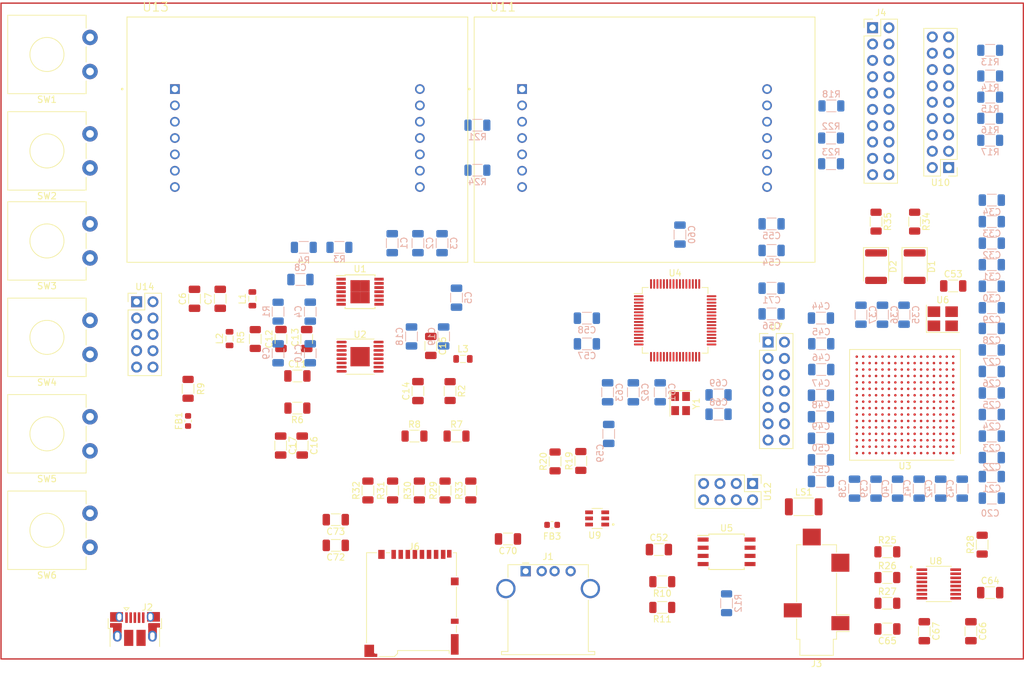
<source format=kicad_pcb>
(kicad_pcb (version 20221018) (generator pcbnew)
  (title_block (title "GuitarZero") (date "2023-09-26") (rev "0"))
  (layers (0 "F.Cu" signal) (1 "In1.Cu" signal) (2 "In2.Cu" signal) (3 "In3.Cu" signal) (4 "In4.Cu" signal) (31 "B.Cu" signal) (34 "B.Paste" user) (35 "F.Paste" user) (36 "B.SilkS" user "B.Silkscreen") (37 "F.SilkS" user "F.Silkscreen") (38 "B.Mask" user) (39 "F.Mask" user) (44 "Edge.Cuts" user))
  (net 0 "")
  (net 1 "+5V")
  (net 2 "GND")
  (net 3 "Net-(U1-VREG5)")
  (net 4 "Net-(U1-SW1)")
  (net 5 "Net-(U1-VBST)")
  (net 6 "/PSU/+1V0")
  (net 7 "Net-(U1-SS)")
  (net 8 "Net-(U2-VBST1)")
  (net 9 "Net-(U2-SW1)")
  (net 10 "/PSU/+1V8")
  (net 11 "Net-(U2-VREG5)")
  (net 12 "Net-(U2-EN2)")
  (net 13 "Net-(U2-VBST2)")
  (net 14 "Net-(U2-SW2)")
  (net 15 "/PSU/+3.3V")
  (net 16 "+1V0")
  (net 17 "+1V8")
  (net 18 "+3.3V")
  (net 19 "Net-(U4-DECOUPLE)")
  (net 20 "+3.3VA")
  (net 21 "Net-(U8-Vcom)")
  (net 22 "Net-(U8-VoutL)")
  (net 23 "/DAC/OUT_LEFT")
  (net 24 "Net-(U8-VoutR)")
  (net 25 "/DAC/OUT_RIGHT")
  (net 26 "Net-(U4-PB14)")
  (net 27 "Net-(U4-PB13)")
  (net 28 "Net-(J1-VBUS)")
  (net 29 "Net-(D1-K)")
  (net 30 "Net-(D1-A)")
  (net 31 "Net-(D2-K)")
  (net 32 "Net-(D2-A)")
  (net 33 "Net-(FB1-Pad2)")
  (net 34 "/MCU/USB_VBUS")
  (net 35 "Net-(J1-D-)")
  (net 36 "Net-(J1-D+)")
  (net 40 "Net-(J3-PadTN)")
  (net 41 "Net-(J4-SWDIO)")
  (net 42 "Net-(J4-SWCLK)")
  (net 43 "Net-(J4-SWO)")
  (net 45 "Net-(J4-TDI)")
  (net 46 "Net-(J4-RESET)")
  (net 54 "Net-(U1-PG)")
  (net 55 "Net-(U1-VFB)")
  (net 56 "Net-(U2-VFB1)")
  (net 57 "Net-(U2-VFB2)")
  (net 58 "/PSU/+3.3VA")
  (net 59 "Net-(U3A-IO_L6P_T0_FCS_B_14)")
  (net 60 "Net-(U3A-IO_L2P_T0_D02_14)")
  (net 61 "Net-(U3A-IO_L2N_T0_D03_14)")
  (net 62 "Net-(U3C-TMS_0)")
  (net 63 "Net-(U3C-TCK_0)")
  (net 64 "Net-(U3C-INIT_B_0)")
  (net 65 "/FPGA/program_b")
  (net 66 "/FPGA/Done")
  (net 67 "Net-(U11-R5)")
  (net 68 "Net-(U4-PB8)")
  (net 69 "/MCU/USB_DP")
  (net 70 "/MCU/USB_DM")
  (net 71 "Net-(U11-R4)")
  (net 72 "Net-(U4-PA8)")
  (net 73 "Net-(R22-Pad1)")
  (net 74 "Net-(U4-PA9)")
  (net 75 "Net-(U11-R2)")
  (net 76 "Net-(U4-PA10)")
  (net 77 "Net-(U11-R1)")
  (net 78 "Net-(U4-PB11)")
  (net 79 "/DAC/BIT_CLOCK")
  (net 80 "Net-(U8-BCK)")
  (net 81 "/DAC/DATA_INN")
  (net 82 "Net-(U8-DATA)")
  (net 83 "/DAC/LEFT_RIGHT_CLOCK")
  (net 84 "Net-(U8-LRCK)")
  (net 85 "Net-(U8-SCK)")
  (net 86 "/DAC/SYSTEM_CLOCK_INPUT")
  (net 87 "Net-(U4-PD1)")
  (net 88 "Net-(U4-PD2)")
  (net 89 "Net-(U4-PD0)")
  (net 90 "/MCU/Button 1")
  (net 91 "/MCU/Button 2")
  (net 92 "/MCU/Button 3")
  (net 93 "/MCU/Button 4")
  (net 94 "/MCU/Button 5")
  (net 95 "/MCU/Button 6")
  (net 153 "Net-(U3C-CCLK_0)")
  (net 190 "Net-(U3A-IO_L1P_T0_D00_MOSI_14)")
  (net 191 "Net-(U3A-IO_L1N_T0_D01_DIN_14)")
  (net 201 "/FPGA/MCU_SPI_MISO")
  (net 206 "/FPGA/MCU_SPI_Select")
  (net 207 "/FPGA/MCU_SPI_CLCK")
  (net 212 "Net-(U10-GPIO_5)")
  (net 214 "/FPGA/MCU_SPI_MOSI")
  (net 220 "Net-(U10-GPIO_3)")
  (net 221 "Net-(U3C-TDI_0)")
  (net 222 "Net-(U3C-TDO_0)")
  (net 223 "Net-(U10-GPIO_9)")
  (net 224 "Net-(U3A-IO_L13P_T2_MRCC_14)")
  (net 233 "Net-(U10-GPIO_1)")
  (net 234 "Net-(U10-GPIO_7)")
  (net 242 "Net-(U10-GPIO_10)")
  (net 243 "Net-(U10-GPIO_14)")
  (net 244 "Net-(U10-GPIO_16)")
  (net 245 "Net-(U10-GPIO_2)")
  (net 246 "Net-(U10-GPIO_13)")
  (net 247 "Net-(U10-GPIO_11)")
  (net 255 "Net-(U10-GPIO_12)")
  (net 257 "Net-(U10-GPIO_4)")
  (net 258 "Net-(U10-GPIO_6)")
  (net 259 "Net-(U10-GPIO_8)")
  (net 261 "Net-(U10-GPIO_15)")
  (net 262 "Net-(U13-C1)")
  (net 263 "Net-(U13-C2)")
  (net 264 "Net-(U13-C3)")
  (net 265 "Net-(U4-PC3)")
  (net 266 "Net-(U13-C5)")
  (net 267 "Net-(U13-C6)")
  (net 268 "Net-(U13-C7)")
  (net 269 "Net-(U12-GPIO_5)")
  (net 270 "Net-(U12-GPIO_3)")
  (net 271 "Net-(U12-GPIO_1)")
  (net 272 "Net-(U12-GPIO_6)")
  (net 273 "Net-(U12-GPIO_4)")
  (net 274 "Net-(U12-GPIO_2)")
  (net 275 "/MCU/USB_VBUSEN")
  (net 276 "Net-(U11-C1)")
  (net 277 "Net-(U11-C2)")
  (net 278 "Net-(U11-C3)")
  (net 279 "Net-(U4-PE12)")
  (net 280 "Net-(U11-C5)")
  (net 281 "Net-(U11-C6)")
  (net 282 "Net-(U11-C7)")
  (net 288 "Net-(J6-DAT2)")
  (net 289 "Net-(J6-DAT3{slash}CD)")
  (net 290 "Net-(J6-CMD)")
  (net 291 "Net-(J6-CLK)")
  (net 292 "Net-(J6-DAT0)")
  (net 293 "Net-(J6-DAT1)")
  (footprint "Inductor_SMD:L_0603_1608Metric" (layer "F.Cu") (at 142.87 121.805 180)
    (fp_text reference "FB3")
    (fp_text value "FerriteBead")
  )
  (footprint "Connector_USB:USB_A_Stewart_SS-52100-001_Horizontal" (layer "F.Cu") (at 138.75 129.01)
    (fp_text reference "J1")
    (fp_text value "USB_A")
  )
  (footprint "Capacitor_SMD:C_1206_3216Metric" (layer "F.Cu") (at 104.7 92.9025 90)
    (fp_text reference "C13")
    (fp_text value "22u")
  )
  (footprint "Capacitor_SMD:C_1206_3216Metric" (layer "F.Cu") (at 109.22 125 180)
    (fp_text reference "C72")
    (fp_text value "100n")
  )
  (footprint "Connector_Audio:Jack_3.5mm_CUI_SJ-3524-SMT_Horizontal" (layer "F.Cu") (at 184 133.5 180)
    (fp_text reference "J3")
    (fp_text value "AudioJack3_SwitchT")
  )
  (footprint "Connector_Card:microSD_HC_Hirose_DM3BT-DSF-PEJS" (layer "F.Cu") (at 121 134.025)
    (fp_text reference "J6")
    (fp_text value "Micro_SD_Card_Det_Hirose_DM3AT")
  )
  (footprint "Capacitor_SMD:C_1206_3216Metric" (layer "F.Cu") (at 103.25 98.65)
    (fp_text reference "C11")
    (fp_text value "100n")
  )
  (footprint "Resistor_SMD:R_1206_3216Metric" (layer "F.Cu") (at 126.22 116.4625 90)
    (fp_text reference "R29")
    (fp_text value "22")
  )
  (footprint "Capacitor_SMD:C_1206_3216Metric" (layer "F.Cu") (at 159.475 125.65)
    (fp_text reference "C52")
    (fp_text value "100n")
  )
  (footprint "LED_SMD:LED_1812_4532Metric" (layer "F.Cu") (at 199.25 81.65 -90)
    (fp_text reference "D1")
    (fp_text value "LED")
  )
  (footprint "Capacitor_SMD:C_1206_3216Metric" (layer "F.Cu") (at 91.25 86.65 90)
    (fp_text reference "C7")
    (fp_text value "22u")
  )
  (footprint "Connector_USB:USB_Micro-B_Amphenol_10103594-0001LF_Horizontal" (layer "F.Cu") (at 78 138)
    (fp_text reference "J2")
    (fp_text value "USB_B_Micro")
  )
  (footprint "Connector_PinHeader_2.54mm:PinHeader_2x05_P2.54mm_Vertical" (layer "F.Cu") (at 78.25 87.11)
    (fp_text reference "U14")
    (fp_text value "Power_Jumpers")
  )
  (footprint "Oscillator:Oscillator_SMD_Abracon_ASE-4Pin_3.2x2.5mm_HandSoldering" (layer "F.Cu") (at 203.625 89.75)
    (fp_text reference "U6")
    (fp_text value "Oscillator")
  )
  (footprint "Capacitor_SMD:C_1206_3216Metric" (layer "F.Cu") (at 195 138 180)
    (fp_text reference "C65")
    (fp_text value "10u")
  )
  (footprint "Capacitor_SMD:C_1206_3216Metric" (layer "F.Cu") (at 136 124 180)
    (fp_text reference "C70")
    (fp_text value "100u")
  )
  (footprint "Package_BGA:Xilinx_FTG256" (layer "F.Cu") (at 197.75 103.15 180)
    (fp_text reference "U3")
    (fp_text value "XC7A100T-FTG256")
  )
  (footprint "Capacitor_SMD:C_1206_3216Metric" (layer "F.Cu") (at 104 109.475 -90)
    (fp_text reference "C16")
    (fp_text value "22u")
  )
  (footprint "Button_Switch_THT:SW_CW_GPTS203211B" (layer "F.Cu") (at 71 80.3 180)
    (fp_text reference "SW3")
    (fp_text value "SW_Push")
  )
  (footprint "Button_Switch_THT:SW_CW_GPTS203211B" (layer "F.Cu") (at 71 66.3 180)
    (fp_text reference "SW2")
    (fp_text value "SW_Push")
  )
  (footprint "Resistor_SMD:R_1206_3216Metric" (layer "F.Cu") (at 122.22 116.4625 90)
    (fp_text reference "R30")
    (fp_text value "22")
  )
  (footprint "Resistor_SMD:R_1206_3216Metric" (layer "F.Cu") (at 160 130.65 180)
    (fp_text reference "R10")
    (fp_text value "2.4k")
  )
  (footprint "PCM1754DBQR:SOP63P599X175-16N" (layer "F.Cu") (at 203 131)
    (fp_text reference "U8")
    (fp_text value "PCM1754")
  )
  (footprint "Inductor_SMD:L_0805_2012Metric" (layer "F.Cu") (at 96.25 86.65 90)
    (fp_text reference "L1")
    (fp_text value "1.5u")
  )
  (footprint "Connector_PinHeader_2.54mm:PinHeader_2x10_P2.54mm_Vertical" (layer "F.Cu") (at 192.71 44.49)
    (fp_text reference "J4")
    (fp_text value "MCU_Debug")
  )
  (footprint "Package_SO:SOIC-8W_5.3x5.3mm_P1.27mm" (layer "F.Cu") (at 170 126)
    (fp_text reference "U5")
    (fp_text value "S25FL127S")
  )
  (footprint "Resistor_SMD:R_1206_3216Metric" (layer "F.Cu") (at 199.25 74.65 -90)
    (fp_text reference "R34")
    (fp_text value "330")
  )
  (footprint "LED_TA20-11SRWA:LED_TA20-11SRWA" (layer "F.Cu") (at 157.25 61.65)
    (fp_text reference "U11")
    (fp_text value "5x7 LED_matrix")
  )
  (footprint "Package_QFP:TQFP-64_10x10mm_P0.5mm" (layer "F.Cu") (at 162 90)
    (fp_text reference "U4")
    (fp_text value "EFM32GG332")
  )
  (footprint "LED_SMD:LED_1812_4532Metric" (layer "F.Cu") (at 193.25 81.65 -90)
    (fp_text reference "D2")
    (fp_text value "LED")
  )
  (footprint "Crystal:Crystal_SMD_Abracon_ABM8G-4Pin_3.2x2.5mm" (layer "F.Cu") (at 162.85 102.9375 -90)
    (fp_text reference "Y1")
    (fp_text value "Crystal_GND23")
  )
  (footprint "Resistor_SMD:R_1206_3216Metric" (layer "F.Cu") (at 195 134)
    (fp_text reference "R27")
    (fp_text value "22")
  )
  (footprint "Resistor_SMD:R_1206_3216Metric" (layer "F.Cu") (at 195 130)
    (fp_text reference "R26")
    (fp_text value "22")
  )
  (footprint "Capacitor_SMD:C_1206_3216Metric" (layer "F.Cu") (at 109.22 121 180)
    (fp_text reference "C73")
    (fp_text value "22u")
  )
  (footprint "Resistor_SMD:R_1206_3216Metric" (layer "F.Cu") (at 127 101 -90)
    (fp_text reference "R2")
    (fp_text value "100k")
  )
  (footprint "Resistor_SMD:R_1206_3216Metric" (layer "F.Cu") (at 128 108)
    (fp_text reference "R7")
    (fp_text value "73.2k")
  )
  (footprint "Resistor_SMD:R_1206_3216Metric" (layer "F.Cu") (at 195 126)
    (fp_text reference "R25")
    (fp_text value "22")
  )
  (footprint "Resistor_SMD:R_1206_3216Metric" (layer "F.Cu") (at 96.7 92.9025 -90)
    (fp_text reference "R5")
    (fp_text value "30.1k")
  )
  (footprint "Capacitor_SMD:C_1206_3216Metric" (layer "F.Cu") (at 100.65 109.475 -90)
    (fp_text reference "C17")
    (fp_text value "22u")
  )
  (footprint "Inductor_SMD:L_0603_1608Metric" (layer "F.Cu") (at 86.25 105.65 90)
    (fp_text reference "FB1")
    (fp_text value "FerriteBead")
  )
  (footprint "LED_TA20-11SRWA:LED_TA20-11SRWA" (layer "F.Cu") (at 103.25 61.65)
    (fp_text reference "U13")
    (fp_text value "5x7 LED_matrix")
  )
  (footprint "Button_Switch_THT:SW_CW_GPTS203211B" (layer "F.Cu") (at 71 125.3 180)
    (fp_text reference "SW6")
    (fp_text value "SW_Push")
  )
  (footprint "Resistor_SMD:R_1206_3216Metric" (layer "F.Cu") (at 130.22 116.4625 90)
    (fp_text reference "R33")
    (fp_text value "47k")
  )
  (footprint "Capacitor_SMD:C_1206_3216Metric" (layer "F.Cu") (at 208 138.35 -90)
    (fp_text reference "C66")
    (fp_text value "10u")
  )
  (footprint "Resistor_SMD:R_1206_3216Metric" (layer "F.Cu") (at 118.06 116.4625 90)
    (fp_text reference "R31")
    (fp_text value "22")
  )
  (footprint "Resistor_SMD:R_1206_3216Metric" (layer "F.Cu") (at 103.25 103.65 180)
    (fp_text reference "R6")
    (fp_text value "22.1k")
  )
  (footprint "Resistor_SMD:R_1206_3216Metric" (layer "F.Cu") (at 147.33 111.8675 90)
    (fp_text reference "R19")
    (fp_text value "15")
  )
  (footprint "Button_Switch_THT:SW_CW_GPTS203211B" (layer "F.Cu") (at 71 110.3 180)
    (fp_text reference "SW5")
    (fp_text value "SW_Push")
  )
  (footprint "Button_Switch_THT:SW_CW_GPTS203211B" (layer "F.Cu") (at 71 51.3 180)
    (fp_text reference "SW1")
    (fp_text value "SW_Push")
  )
  (footprint "Resistor_SMD:R_1206_3216Metric" (layer "F.Cu") (at 114.22 116.4625 90)
    (fp_text reference "R32")
    (fp_text value "47k")
  )
  (footprint "Connector_PinHeader_2.54mm:PinHeader_2x07_P2.54mm_Vertical" (layer "F.Cu") (at 176.46 93.38)
    (fp_text reference "U7")
    (fp_text value "FPGA_JTAG_Debug")
  )
  (footprint "Capacitor_SMD:C_1206_3216Metric" (layer "F.Cu") (at 205.25 84.65)
    (fp_text reference "C53")
    (fp_text value "100n")
  )
  (footprint "TPD3S:SOT95P280X145-6N" (layer "F.Cu") (at 149.87 120.805 180)
    (fp_text reference "U9")
    (fp_text value "TPD_Current_Switch")
  )
  (footprint "Resistor_SMD:R_1206_3216Metric" (layer "F.Cu") (at 121.4625 108)
    (fp_text reference "R8")
    (fp_text value "22.1k")
  )
  (footprint "Package_SO:HTSSOP-16-1EP_4.4x5mm_P0.65mm_EP3x3mm" (layer "F.Cu") (at 113 95.65)
    (fp_text reference "U2")
    (fp_text value "TSP54294")
  )
  (footprint "Resistor_SMD:R_1206_3216Metric" (layer "F.Cu") (at 143.33 111.9425 90)
    (fp_text reference "R20")
    (fp_text value "15")
  )
  (footprint "Capacitor_SMD:C_1206_3216Metric" (layer "F.Cu") (at 124 93.98 -90)
    (fp_text reference "C15")
    (fp_text value "100n")
  )
  (footprint "Capacitor_SMD:C_1206_3216Metric" (layer "F.Cu") (at 200.75 138.35 -90)
    (fp_text reference "C67")
    (fp_text value "10u")
  )
  (footprint "Capacitor_SMD:C_1206_3216Metric" (layer "F.Cu") (at 211 132.35)
    (fp_text reference "C64")
    (fp_text value "10u")
  )
  (footprint "Resistor_SMD:R_2010_5025Metric" (layer "F.Cu") (at 182 119)
    (fp_text reference "LS1")
    (fp_text value "Speaker")
  )
  (footprint "Capacitor_SMD:C_1206_3216Metric" (layer "F.Cu") (at 122 101 90)
    (fp_text reference "C14")
    (fp_text value "1u")
  )
  (footprint "Resistor_SMD:R_1206_3216Metric" (layer "F.Cu") (at 160 134.65 180)
    (fp_text reference "R11")
    (fp_text value "4.7k")
  )
  (footprint "Inductor_SMD:L_0805_2012Metric" (layer "F.Cu") (at 92.7 92.84 90)
    (fp_text reference "L2")
    (fp_text value "1.5u")
  )
  (footprint "Resistor_SMD:R_1206_3216Metric" (layer "F.Cu") (at 86.25 100.65 -90)
    (fp_text reference "R9")
    (fp_text value "1")
  )
  (footprint "Capacitor_SMD:C_1206_3216Metric" (layer "F.Cu") (at 87.25 86.65 90)
    (fp_text reference "C6")
    (fp_text value "22u")
  )
  (footprint "Button_Switch_THT:SW_CW_GPTS203211B" (layer "F.Cu") (at 71 95.3 180)
    (fp_text reference "SW4")
    (fp_text value "SW_Push")
  )
  (footprint "Package_SO:TSSOP-14-1EP_4.4x5mm_P0.65mm" (layer "F.Cu") (at 113 85.55)
    (fp_text reference "U1")
    (fp_text value "TPS54325")
  )
  (footprint "Resistor_SMD:R_1206_3216Metric" (layer "F.Cu") (at 193.25 74.65 -90)
    (fp_text reference "R35")
    (fp_text value "330")
  )
  (footprint "Capacitor_SMD:C_1206_3216Metric" (layer "F.Cu") (at 100.7 92.9025 90)
    (fp_text reference "C12")
    (fp_text value "22u")
  )
  (footprint "Connector_PinHeader_2.54mm:PinHeader_2x09_P2.54mm_Vertical" (layer "F.Cu") (at 204.54 66.24 180)
    (fp_text reference "U10")
    (fp_text value "FPGA_GPIO_Extra")
  )
  (footprint "Resistor_SMD:R_1206_3216Metric" (layer "F.Cu") (at 209.75 124.8875 90)
    (fp_text reference "R28")
    (fp_text value "22")
  )
  (footprint "Inductor_SMD:L_0805_2012Metric" (layer "F.Cu") (at 129 96)
    (fp_text reference "L3")
    (fp_text value "2.2u")
  )
  (footprint "Connector_PinHeader_2.54mm:PinHeader_2x04_P2.54mm_Vertical" (layer "F.Cu") (at 174.05 115.375 -90)
    (fp_text reference "U12")
    (fp_text value "MCU_GPIO_Extra")
  )
  (footprint "Capacitor_SMD:C_1206_3216Metric" (layer "B.Cu") (at 211.25 81.35)
    (fp_text reference "C31")
    (fp_text value "0.47u")
  )
  (footprint "Capacitor_SMD:C_1206_3216Metric" (layer "B.Cu") (at 177 79.13)
    (fp_text reference "C54")
    (fp_text value "10u")
  )
  (footprint "Capacitor_SMD:C_1206_3216Metric" (layer "B.Cu") (at 100.25 95.125 -90)
    (fp_text reference "C9")
    (fp_text value "10u")
  )
  (footprint "Capacitor_SMD:C_1206_3216Metric" (layer "B.Cu") (at 190.9 89.125 90)
    (fp_text reference "C37")
    (fp_text value "0.47u")
  )
  (footprint "Resistor_SMD:R_1206_3216Metric" (layer "B.Cu") (at 100.25 88.65 -90)
    (fp_text reference "R1")
    (fp_text value "100k")
  )
  (footprint "Resistor_SMD:R_1206_3216Metric" (layer "B.Cu") (at 131.25 66.65)
    (fp_text reference "R24")
    (fp_text value "100")
  )
  (footprint "Capacitor_SMD:C_1206_3216Metric" (layer "B.Cu") (at 177 75)
    (fp_text reference "C55")
    (fp_text value "100n")
  )
  (footprint "Resistor_SMD:R_1206_3216Metric" (layer "B.Cu") (at 211 62)
    (fp_text reference "R17")
    (fp_text value "330")
  )
  (footprint "Capacitor_SMD:C_1206_3216Metric" (layer "B.Cu") (at 177 89)
    (fp_text reference "C56")
    (fp_text value "1u")
  )
  (footprint "Resistor_SMD:R_1206_3216Metric" (layer "B.Cu") (at 211 52)
    (fp_text reference "R14")
    (fp_text value "10k")
  )
  (footprint "Resistor_SMD:R_1206_3216Metric" (layer "B.Cu") (at 131.25 59.65)
    (fp_text reference "R21")
    (fp_text value "100")
  )
  (footprint "Resistor_SMD:R_1206_3216Metric" (layer "B.Cu") (at 109.7875 78.65)
    (fp_text reference "R3")
    (fp_text value "6.81k")
  )
  (footprint "Capacitor_SMD:C_1206_3216Metric" (layer "B.Cu") (at 211.25 84.7)
    (fp_text reference "C30")
    (fp_text value "0.47u")
  )
  (footprint "Capacitor_SMD:C_1206_3216Metric" (layer "B.Cu") (at 194.25 89.125 90)
    (fp_text reference "C36")
    (fp_text value "0.47u")
  )
  (footprint "Capacitor_SMD:C_1206_3216Metric" (layer "B.Cu") (at 211.25 104.65)
    (fp_text reference "C24")
    (fp_text value "4.7u")
  )
  (footprint "Capacitor_SMD:C_1206_3216Metric" (layer "B.Cu") (at 148.275 93.6625)
    (fp_text reference "C57")
    (fp_text value "100n")
  )
  (footprint "Capacitor_SMD:C_1206_3216Metric" (layer "B.Cu") (at 184.675 115.05 180)
    (fp_text reference "C51")
    (fp_text value "0.47u")
  )
  (footprint "Capacitor_SMD:C_1206_3216Metric" (layer "B.Cu") (at 168.75 104.6 180)
    (fp_text reference "C68")
    (fp_text value "10n")
  )
  (footprint "Capacitor_SMD:C_1206_3216Metric" (layer "B.Cu") (at 159.67 101.1875 90)
    (fp_text reference "C61")
    (fp_text value "10u")
  )
  (footprint "Resistor_SMD:R_1206_3216Metric" (layer "B.Cu") (at 211 48)
    (fp_text reference "R13")
    (fp_text value "10k")
  )
  (footprint "Capacitor_SMD:C_1206_3216Metric" (layer "B.Cu") (at 184.725 93.65 180)
    (fp_text reference "C45")
    (fp_text value "47u")
  )
  (footprint "Capacitor_SMD:C_1206_3216Metric" (layer "B.Cu") (at 148.275 89.6625)
    (fp_text reference "C58")
    (fp_text value "10u")
  )
  (footprint "Capacitor_SMD:C_1206_3216Metric" (layer "B.Cu") (at 199.95 116.175 -90)
    (fp_text reference "C41")
    (fp_text value "0.47u")
  )
  (footprint "Capacitor_SMD:C_1206_3216Metric" (layer "B.Cu") (at 211.25 71.3)
    (fp_text reference "C34")
    (fp_text value "0.47u")
  )
  (footprint "Capacitor_SMD:C_1206_3216Metric" (layer "B.Cu") (at 128 86.475 90)
    (fp_text reference "C5")
    (fp_text value "100n")
  )
  (footprint "Resistor_SMD:R_1206_3216Metric" (layer "B.Cu") (at 170 134 90)
    (fp_text reference "R12")
    (fp_text value "4.7k")
  )
  (footprint "Capacitor_SMD:C_1206_3216Metric" (layer "B.Cu") (at 177 85)
    (fp_text reference "C71")
    (fp_text value "1u")
  )
  (footprint "Capacitor_SMD:C_1206_3216Metric" (layer "B.Cu") (at 211.25 78)
    (fp_text reference "C32")
    (fp_text value "0.47u")
  )
  (footprint "Capacitor_SMD:C_1206_3216Metric" (layer "B.Cu") (at 211.25 74.65)
    (fp_text reference "C33")
    (fp_text value "0.47u")
  )
  (footprint "Capacitor_SMD:C_1206_3216Metric" (layer "B.Cu") (at 184.675 111.7 180)
    (fp_text reference "C50")
    (fp_text value "0.47u")
  )
  (footprint "Capacitor_SMD:C_1206_3216Metric" (layer "B.Cu") (at 168.75 101.6 180)
    (fp_text reference "C69")
    (fp_text value "10n")
  )
  (footprint "Capacitor_SMD:C_1206_3216Metric" (layer "B.Cu") (at 196.6 116.175 -90)
    (fp_text reference "C40")
    (fp_text value "4.7u")
  )
  (footprint "Capacitor_SMD:C_1206_3216Metric" (layer "B.Cu") (at 211.25 117.65)
    (fp_text reference "C20")
    (fp_text value "330u")
  )
  (footprint "Capacitor_SMD:C_1206_3216Metric" (layer "B.Cu") (at 203.3 116.175 -90)
    (fp_text reference "C42")
    (fp_text value "0.47u")
  )
  (footprint "Capacitor_SMD:C_1206_3216Metric" (layer "B.Cu") (at 105.25 95.125 -90)
    (fp_text reference "C10")
    (fp_text value "100n")
  )
  (footprint "Capacitor_SMD:C_1206_3216Metric" (layer "B.Cu") (at 206.65 116.175 -90)
    (fp_text reference "C43")
    (fp_text value "0.47u")
  )
  (footprint "Capacitor_SMD:C_1206_3216Metric" (layer "B.Cu") (at 189.9 116.175 -90)
    (fp_text reference "C38")
    (fp_text value "47u")
  )
  (footprint "Capacitor_SMD:C_1206_3216Metric" (layer "B.Cu") (at 211.25 88.05)
    (fp_text reference "C29")
    (fp_text value "0.47u")
  )
  (footprint "Capacitor_SMD:C_1206_3216Metric" (layer "B.Cu") (at 211.25 108)
    (fp_text reference "C23")
    (fp_text value "4.7u")
  )
  (footprint "Resistor_SMD:R_1206_3216Metric" (layer "B.Cu") (at 186.3 56.65 180)
    (fp_text reference "R18")
    (fp_text value "100")
  )
  (footprint "Capacitor_SMD:C_1206_3216Metric" (layer "B.Cu") (at 118 78 90)
    (fp_text reference "C1")
    (fp_text value "10u")
  )
  (footprint "Capacitor_SMD:C_1206_3216Metric" (layer "B.Cu") (at 211.25 97.95)
    (fp_text reference "C26")
    (fp_text value "4.7u")
  )
  (footprint "Capacitor_SMD:C_1206_3216Metric" (layer "B.Cu") (at 151.67 107.6625 -90)
    (fp_text reference "C59")
    (fp_text value "100n")
  )
  (footprint "Resistor_SMD:R_1206_3216Metric" (layer "B.Cu") (at 186.25 65.65 180)
    (fp_text reference "R23")
    (fp_text value "100")
  )
  (footprint "Capacitor_SMD:C_1206_3216Metric" (layer "B.Cu") (at 184.675 101.65 180)
    (fp_text reference "C47")
    (fp_text value "4.7u")
  )
  (footprint "Capacitor_SMD:C_1206_3216Metric" (layer "B.Cu") (at 105.25 88.65 -90)
    (fp_text reference "C4")
    (fp_text value "1u")
  )
  (footprint "Capacitor_SMD:C_1206_3216Metric" (layer "B.Cu") (at 184.675 89.65 180)
    (fp_text reference "C44")
    (fp_text value "47u")
  )
  (footprint "Capacitor_SMD:C_1206_3216Metric" (layer "B.Cu") (at 211.25 101.3)
    (fp_text reference "C25")
    (fp_text value "4.7u")
  )
  (footprint "Capacitor_SMD:C_1206_3216Metric" (layer "B.Cu") (at 211.25 94.6)
    (fp_text reference "C27")
    (fp_text value "0.47u")
  )
  (footprint "Resistor_SMD:R_1206_3216Metric" (layer "B.Cu") (at 186.25 61.65 180)
    (fp_text reference "R22")
    (fp_text value "100")
  )
  (footprint "Capacitor_SMD:C_1206_3216Metric" (layer "B.Cu") (at 155.5 101.1875 90)
    (fp_text reference "C62")
    (fp_text value "10n")
  )
  (footprint "Capacitor_SMD:C_1206_3216Metric" (layer "B.Cu") (at 184.675 108.35 180)
    (fp_text reference "C49")
    (fp_text value "0.47u")
  )
  (footprint "Capacitor_SMD:C_1206_3216Metric" (layer "B.Cu") (at 125.75 78 90)
    (fp_text reference "C3")
    (fp_text value "100u")
  )
  (footprint "Capacitor_SMD:C_1206_3216Metric" (layer "B.Cu") (at 151.5 101.1875 90)
    (fp_text reference "C63")
    (fp_text value "10n")
  )
  (footprint "Capacitor_SMD:C_1206_3216Metric" (layer "B.Cu") (at 126 92.505 -90)
    (fp_text reference "C19")
    (fp_text value "100n")
  )
  (footprint "Resistor_SMD:R_1206_3216Metric" (layer "B.Cu") (at 104.25 78.65)
    (fp_text reference "R4")
    (fp_text value "22.1k")
  )
  (footprint "Capacitor_SMD:C_1206_3216Metric" (layer "B.Cu") (at 197.6 89.125 90)
    (fp_text reference "C35")
    (fp_text value "100u")
  )
  (footprint "Capacitor_SMD:C_1206_3216Metric" (layer "B.Cu") (at 211.25 111.35)
    (fp_text reference "C22")
    (fp_text value "4.7u")
  )
  (footprint "Capacitor_SMD:C_1206_3216Metric" (layer "B.Cu") (at 184.675 105 180)
    (fp_text reference "C48")
    (fp_text value "0.47u")
  )
  (footprint "Resistor_SMD:R_1206_3216Metric" (layer "B.Cu") (at 211 58.58)
    (fp_text reference "R16")
    (fp_text value "4.7k")
  )
  (footprint "Capacitor_SMD:C_1206_3216Metric" (layer "B.Cu") (at 121 92.505 -90)
    (fp_text reference "C18")
    (fp_text value "10u")
  )
  (footprint "Capacitor_SMD:C_1206_3216Metric" (layer "B.Cu") (at 122 78 90)
    (fp_text reference "C2")
    (fp_text value "100n")
  )
  (footprint "Capacitor_SMD:C_1206_3216Metric" (layer "B.Cu") (at 184.725 97.65 180)
    (fp_text reference "C46")
    (fp_text value "4.7u")
  )
  (footprint "Resistor_SMD:R_1206_3216Metric" (layer "B.Cu") (at 211 55.29)
    (fp_text reference "R15")
    (fp_text value "4.7k")
  )
  (footprint "Capacitor_SMD:C_1206_3216Metric" (layer "B.Cu") (at 162.75 76.6625 90)
    (fp_text reference "C60")
    (fp_text value "100n")
  )
  (footprint "Capacitor_SMD:C_1206_3216Metric" (layer "B.Cu") (at 211.25 114.3)
    (fp_text reference "C21")
    (fp_text value "4.7u")
  )
  (footprint "Capacitor_SMD:C_1206_3216Metric" (layer "B.Cu") (at 193.25 116.175 -90)
    (fp_text reference "C39")
    (fp_text value "4.7u")
  )
  (footprint "Capacitor_SMD:C_1206_3216Metric" (layer "B.Cu") (at 103.725 83.65 180)
    (fp_text reference "C8")
    (fp_text value "3.3n")
  )
  (footprint "Capacitor_SMD:C_1206_3216Metric" (layer "B.Cu") (at 211.25 91.25)
    (fp_text reference "C28")
    (fp_text value "0.47u")
  )
  (gr_rect (start 57.161134 40.662942) (end 216.161134 142.662942) (stroke (width 0.2)) (fill none) (layer "F.Cu"))
)
</source>
